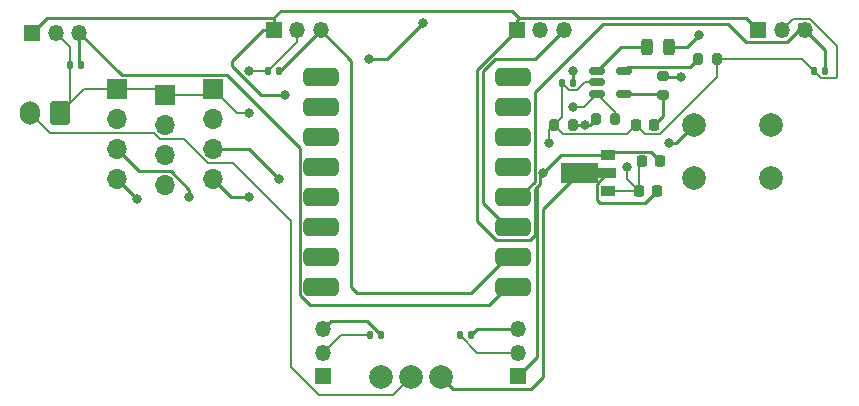
<source format=gbr>
%TF.GenerationSoftware,KiCad,Pcbnew,7.0.7*%
%TF.CreationDate,2024-08-10T15:19:47-05:00*%
%TF.ProjectId,LASK5,4c41534b-352e-46b6-9963-61645f706362,rev?*%
%TF.SameCoordinates,Original*%
%TF.FileFunction,Copper,L1,Top*%
%TF.FilePolarity,Positive*%
%FSLAX46Y46*%
G04 Gerber Fmt 4.6, Leading zero omitted, Abs format (unit mm)*
G04 Created by KiCad (PCBNEW 7.0.7) date 2024-08-10 15:19:47*
%MOMM*%
%LPD*%
G01*
G04 APERTURE LIST*
G04 Aperture macros list*
%AMRoundRect*
0 Rectangle with rounded corners*
0 $1 Rounding radius*
0 $2 $3 $4 $5 $6 $7 $8 $9 X,Y pos of 4 corners*
0 Add a 4 corners polygon primitive as box body*
4,1,4,$2,$3,$4,$5,$6,$7,$8,$9,$2,$3,0*
0 Add four circle primitives for the rounded corners*
1,1,$1+$1,$2,$3*
1,1,$1+$1,$4,$5*
1,1,$1+$1,$6,$7*
1,1,$1+$1,$8,$9*
0 Add four rect primitives between the rounded corners*
20,1,$1+$1,$2,$3,$4,$5,0*
20,1,$1+$1,$4,$5,$6,$7,0*
20,1,$1+$1,$6,$7,$8,$9,0*
20,1,$1+$1,$8,$9,$2,$3,0*%
%AMFreePoly0*
4,1,9,3.862500,-0.866500,0.737500,-0.866500,0.737500,-0.450000,-0.737500,-0.450000,-0.737500,0.450000,0.737500,0.450000,0.737500,0.866500,3.862500,0.866500,3.862500,-0.866500,3.862500,-0.866500,$1*%
G04 Aperture macros list end*
%TA.AperFunction,SMDPad,CuDef*%
%ADD10RoundRect,0.140000X-0.140000X-0.170000X0.140000X-0.170000X0.140000X0.170000X-0.140000X0.170000X0*%
%TD*%
%TA.AperFunction,SMDPad,CuDef*%
%ADD11R,1.300000X0.900000*%
%TD*%
%TA.AperFunction,SMDPad,CuDef*%
%ADD12FreePoly0,180.000000*%
%TD*%
%TA.AperFunction,SMDPad,CuDef*%
%ADD13RoundRect,0.150000X-0.512500X-0.150000X0.512500X-0.150000X0.512500X0.150000X-0.512500X0.150000X0*%
%TD*%
%TA.AperFunction,ComponentPad*%
%ADD14R,1.350000X1.350000*%
%TD*%
%TA.AperFunction,ComponentPad*%
%ADD15O,1.350000X1.350000*%
%TD*%
%TA.AperFunction,ComponentPad*%
%ADD16C,2.000000*%
%TD*%
%TA.AperFunction,ComponentPad*%
%ADD17R,1.700000X1.700000*%
%TD*%
%TA.AperFunction,ComponentPad*%
%ADD18O,1.700000X1.700000*%
%TD*%
%TA.AperFunction,ComponentPad*%
%ADD19RoundRect,0.381000X-1.119000X-0.381000X1.119000X-0.381000X1.119000X0.381000X-1.119000X0.381000X0*%
%TD*%
%TA.AperFunction,SMDPad,CuDef*%
%ADD20RoundRect,0.200000X-0.200000X-0.275000X0.200000X-0.275000X0.200000X0.275000X-0.200000X0.275000X0*%
%TD*%
%TA.AperFunction,SMDPad,CuDef*%
%ADD21RoundRect,0.225000X-0.225000X-0.250000X0.225000X-0.250000X0.225000X0.250000X-0.225000X0.250000X0*%
%TD*%
%TA.AperFunction,SMDPad,CuDef*%
%ADD22RoundRect,0.243750X-0.243750X-0.456250X0.243750X-0.456250X0.243750X0.456250X-0.243750X0.456250X0*%
%TD*%
%TA.AperFunction,SMDPad,CuDef*%
%ADD23RoundRect,0.200000X0.275000X-0.200000X0.275000X0.200000X-0.275000X0.200000X-0.275000X-0.200000X0*%
%TD*%
%TA.AperFunction,ComponentPad*%
%ADD24RoundRect,0.250000X0.600000X0.750000X-0.600000X0.750000X-0.600000X-0.750000X0.600000X-0.750000X0*%
%TD*%
%TA.AperFunction,ComponentPad*%
%ADD25O,1.700000X2.000000*%
%TD*%
%TA.AperFunction,ViaPad*%
%ADD26C,0.800000*%
%TD*%
%TA.AperFunction,Conductor*%
%ADD27C,0.250000*%
%TD*%
%TA.AperFunction,Conductor*%
%ADD28C,0.200000*%
%TD*%
G04 APERTURE END LIST*
D10*
%TO.P,C2,1*%
%TO.N,B-*%
X122484000Y-71120000D03*
%TO.P,C2,2*%
%TO.N,hall_0*%
X123444000Y-71120000D03*
%TD*%
D11*
%TO.P,U1,1,GND*%
%TO.N,B-*%
X168066000Y-81764000D03*
D12*
%TO.P,U1,2,VIN*%
%TO.N,VILDO*%
X167978500Y-80264000D03*
D11*
%TO.P,U1,3,VOUT*%
%TO.N,+3V3*%
X168066000Y-78764000D03*
%TD*%
D10*
%TO.P,C6,1*%
%TO.N,B-*%
X155476000Y-93980000D03*
%TO.P,C6,2*%
%TO.N,Net-(H6-VOUT)*%
X156436000Y-93980000D03*
%TD*%
D13*
%TO.P,U2,1,~{CHRG}*%
%TO.N,Net-(D1-K)*%
X167132000Y-71628000D03*
%TO.P,U2,2,GND*%
%TO.N,B-*%
X167132000Y-72578000D03*
%TO.P,U2,3,BAT*%
%TO.N,B+*%
X167132000Y-73528000D03*
%TO.P,U2,4,V_{CC}*%
%TO.N,+5V*%
X169407000Y-73528000D03*
%TO.P,U2,5,PROG*%
%TO.N,Net-(U2-PROG)*%
X169407000Y-71628000D03*
%TD*%
D14*
%TO.P,H2,1,VCC*%
%TO.N,+3V3*%
X139732000Y-68167600D03*
D15*
%TO.P,H2,2,GND*%
%TO.N,B-*%
X141732000Y-68167600D03*
%TO.P,H2,3,VOUT*%
%TO.N,hall_1*%
X143732000Y-68167600D03*
%TD*%
D14*
%TO.P,H6,1,VCC*%
%TO.N,+3V3*%
X160419000Y-97463600D03*
D15*
%TO.P,H6,2,GND*%
%TO.N,B-*%
X160419000Y-95463600D03*
%TO.P,H6,3,VOUT*%
%TO.N,Net-(H6-VOUT)*%
X160419000Y-93463600D03*
%TD*%
D16*
%TO.P,SW2,1,1*%
%TO.N,BTTN*%
X175364000Y-76200000D03*
X181864000Y-76200000D03*
%TO.P,SW2,2,2*%
%TO.N,B-*%
X175364000Y-80700000D03*
X181864000Y-80700000D03*
%TD*%
D17*
%TO.P,J3,1,Pin_1*%
%TO.N,B-*%
X126492000Y-73152000D03*
D18*
%TO.P,J3,2,Pin_2*%
%TO.N,+3V3*%
X126492000Y-75692000D03*
%TO.P,J3,3,Pin_3*%
%TO.N,Pin6*%
X126492000Y-78232000D03*
%TO.P,J3,4,Pin_4*%
%TO.N,ADC1_BAT*%
X126492000Y-80772000D03*
%TD*%
D10*
%TO.P,C5,1*%
%TO.N,B-*%
X147884000Y-93980000D03*
%TO.P,C5,2*%
%TO.N,Net-(H5-VOUT)*%
X148844000Y-93980000D03*
%TD*%
%TO.P,C4,1*%
%TO.N,B-*%
X139248000Y-71628000D03*
%TO.P,C4,2*%
%TO.N,hall_1*%
X140208000Y-71628000D03*
%TD*%
D19*
%TO.P,U3,0,GPIO0*%
%TO.N,hall_0*%
X160012000Y-89916000D03*
%TO.P,U3,1,GPIO1*%
%TO.N,hall_1*%
X160012000Y-87376000D03*
%TO.P,U3,2,GPIO2*%
%TO.N,hall_2*%
X160012000Y-84836000D03*
%TO.P,U3,3,GPIO3*%
%TO.N,hall_3*%
X160012000Y-82296000D03*
%TO.P,U3,4,GPIO4*%
%TO.N,hall_4*%
X160012000Y-79756000D03*
%TO.P,U3,5,GPIO5*%
%TO.N,ADC1_BAT*%
X143772000Y-72136000D03*
%TO.P,U3,6,GPIO6*%
%TO.N,Pin6*%
X143772000Y-74676000D03*
%TO.P,U3,7,GPIO7*%
%TO.N,BTTN*%
X143772000Y-77216000D03*
%TO.P,U3,8,GPIO8*%
%TO.N,SDA*%
X143772000Y-79756000D03*
%TO.P,U3,9,GPIO9*%
%TO.N,SCL*%
X143772000Y-82296000D03*
%TO.P,U3,10,GPIO10*%
%TO.N,unconnected-(U3-GPIO10-Pad10)*%
X143772000Y-84836000D03*
%TO.P,U3,20,GPIO20*%
%TO.N,unconnected-(U3-GPIO20-Pad20)*%
X143772000Y-87376000D03*
%TO.P,U3,21,GPIO21*%
%TO.N,unconnected-(U3-GPIO21-Pad21)*%
X143772000Y-89916000D03*
%TO.P,U3,100,5V*%
%TO.N,unconnected-(U3-5V-Pad100)*%
X160012000Y-72136000D03*
%TO.P,U3,101,GND*%
%TO.N,B-*%
X160012000Y-74676000D03*
%TO.P,U3,102,3V3*%
%TO.N,+3V3*%
X160012000Y-77216000D03*
%TD*%
D20*
%TO.P,R4,1*%
%TO.N,B-*%
X163450000Y-76200000D03*
%TO.P,R4,2*%
%TO.N,ADC1_BAT*%
X165100000Y-76200000D03*
%TD*%
D10*
%TO.P,C3,1*%
%TO.N,B-*%
X185476000Y-71628000D03*
%TO.P,C3,2*%
%TO.N,hall_3*%
X186436000Y-71628000D03*
%TD*%
D21*
%TO.P,C8,1*%
%TO.N,B-*%
X170929000Y-79248000D03*
%TO.P,C8,2*%
%TO.N,+3V3*%
X172479000Y-79248000D03*
%TD*%
%TO.P,C9,1*%
%TO.N,B-*%
X170421000Y-76200000D03*
%TO.P,C9,2*%
%TO.N,+5V*%
X171971000Y-76200000D03*
%TD*%
D16*
%TO.P,SW1,1,A*%
%TO.N,VILDO*%
X153924000Y-97536000D03*
%TO.P,SW1,2,B*%
%TO.N,B+*%
X151384000Y-97536000D03*
%TO.P,SW1,3,C*%
%TO.N,unconnected-(SW1A-C-Pad3)*%
X148844000Y-97536000D03*
%TD*%
D14*
%TO.P,H4,1,VCC*%
%TO.N,+3V3*%
X180753000Y-68167600D03*
D15*
%TO.P,H4,2,GND*%
%TO.N,B-*%
X182753000Y-68167600D03*
%TO.P,H4,3,VOUT*%
%TO.N,hall_3*%
X184753000Y-68167600D03*
%TD*%
D20*
%TO.P,R1,1*%
%TO.N,Net-(U2-PROG)*%
X175642000Y-70612000D03*
%TO.P,R1,2*%
%TO.N,B-*%
X177292000Y-70612000D03*
%TD*%
D22*
%TO.P,D1,1,K*%
%TO.N,Net-(D1-K)*%
X171353000Y-69596000D03*
%TO.P,D1,2,A*%
%TO.N,Net-(D1-A)*%
X173228000Y-69596000D03*
%TD*%
D23*
%TO.P,R2,1*%
%TO.N,+5V*%
X172720000Y-73660000D03*
%TO.P,R2,2*%
%TO.N,Net-(D1-A)*%
X172720000Y-72010000D03*
%TD*%
D17*
%TO.P,J4,1,Pin_1*%
%TO.N,B-*%
X130556000Y-73660000D03*
D18*
%TO.P,J4,2,Pin_2*%
%TO.N,+4V*%
X130556000Y-76200000D03*
%TO.P,J4,3,Pin_3*%
%TO.N,SCL*%
X130556000Y-78740000D03*
%TO.P,J4,4,Pin_4*%
%TO.N,SDA*%
X130556000Y-81280000D03*
%TD*%
D20*
%TO.P,R3,1*%
%TO.N,ADC1_BAT*%
X167006000Y-75692000D03*
%TO.P,R3,2*%
%TO.N,B+*%
X168656000Y-75692000D03*
%TD*%
D24*
%TO.P,J5,1,Pin_1*%
%TO.N,B-*%
X121646000Y-75191500D03*
D25*
%TO.P,J5,2,Pin_2*%
%TO.N,B+*%
X119146000Y-75191500D03*
%TD*%
D10*
%TO.P,C1,1*%
%TO.N,B-*%
X164140000Y-72644000D03*
%TO.P,C1,2*%
%TO.N,hall_2*%
X165100000Y-72644000D03*
%TD*%
D14*
%TO.P,H5,1,VCC*%
%TO.N,+3V3*%
X143919000Y-97463600D03*
D15*
%TO.P,H5,2,GND*%
%TO.N,B-*%
X143919000Y-95463600D03*
%TO.P,H5,3,VOUT*%
%TO.N,Net-(H5-VOUT)*%
X143919000Y-93463600D03*
%TD*%
D14*
%TO.P,H1,1,VCC*%
%TO.N,+3V3*%
X119285000Y-68398600D03*
D15*
%TO.P,H1,2,GND*%
%TO.N,B-*%
X121285000Y-68398600D03*
%TO.P,H1,3,VOUT*%
%TO.N,hall_0*%
X123285000Y-68398600D03*
%TD*%
D14*
%TO.P,H3,1,VCC*%
%TO.N,+3V3*%
X160306000Y-68167600D03*
D15*
%TO.P,H3,2,GND*%
%TO.N,B-*%
X162306000Y-68167600D03*
%TO.P,H3,3,VOUT*%
%TO.N,hall_2*%
X164306000Y-68167600D03*
%TD*%
D21*
%TO.P,C7,1*%
%TO.N,B-*%
X170662000Y-81788000D03*
%TO.P,C7,2*%
%TO.N,VILDO*%
X172212000Y-81788000D03*
%TD*%
D17*
%TO.P,J1,1,Pin_1*%
%TO.N,B-*%
X134620000Y-73152000D03*
D18*
%TO.P,J1,2,Pin_2*%
%TO.N,+3V3*%
X134620000Y-75692000D03*
%TO.P,J1,3,Pin_3*%
%TO.N,SCL*%
X134620000Y-78232000D03*
%TO.P,J1,4,Pin_4*%
%TO.N,SDA*%
X134620000Y-80772000D03*
%TD*%
D26*
%TO.N,Pin6*%
X132588000Y-82296000D03*
%TO.N,ADC1_BAT*%
X128175000Y-82455000D03*
%TO.N,+3V3*%
X140716000Y-73660000D03*
%TO.N,Net-(D1-A)*%
X174244000Y-72136000D03*
X175768000Y-68580000D03*
%TO.N,hall_2*%
X165100000Y-71628000D03*
%TO.N,BTTN*%
X173228000Y-77724000D03*
%TO.N,SDA*%
X137668000Y-82296000D03*
%TO.N,SCL*%
X140208000Y-80772000D03*
%TO.N,ADC1_BAT*%
X147828000Y-70612000D03*
X152400000Y-67564000D03*
X166116000Y-76200000D03*
%TO.N,B+*%
X165100000Y-74676000D03*
%TO.N,B-*%
X169672000Y-79756000D03*
X163068000Y-77724000D03*
X137668000Y-71628000D03*
X137668000Y-75184000D03*
%TO.N,+3V3*%
X162561500Y-80264000D03*
%TD*%
D27*
%TO.N,hall_2*%
X157480000Y-82804000D02*
X159512000Y-84836000D01*
X157480000Y-71629996D02*
X157480000Y-82804000D01*
X158497996Y-70612000D02*
X157480000Y-71629996D01*
X161861600Y-70612000D02*
X158497996Y-70612000D01*
X164306000Y-68167600D02*
X161861600Y-70612000D01*
D28*
%TO.N,B+*%
X168656000Y-75052000D02*
X167132000Y-73528000D01*
X168656000Y-75692000D02*
X168656000Y-75052000D01*
D27*
%TO.N,Pin6*%
X132588000Y-81650299D02*
X132588000Y-82296000D01*
X131042701Y-80105000D02*
X132588000Y-81650299D01*
X128365000Y-80105000D02*
X131042701Y-80105000D01*
X126492000Y-78232000D02*
X128365000Y-80105000D01*
%TO.N,ADC1_BAT*%
X128175000Y-82455000D02*
X126492000Y-80772000D01*
%TO.N,+3V3*%
X136176998Y-71162303D02*
X138674695Y-73660000D01*
X138674695Y-73660000D02*
X140716000Y-73660000D01*
X136176998Y-70797602D02*
X136176998Y-71162303D01*
X138807000Y-68167600D02*
X136176998Y-70797602D01*
X139732000Y-68167600D02*
X138807000Y-68167600D01*
%TO.N,Net-(D1-A)*%
X172846000Y-72136000D02*
X172720000Y-72010000D01*
X174244000Y-72136000D02*
X172846000Y-72136000D01*
X174752000Y-69596000D02*
X175768000Y-68580000D01*
X173228000Y-69596000D02*
X174752000Y-69596000D01*
%TO.N,hall_2*%
X165100000Y-72644000D02*
X165100000Y-71628000D01*
D28*
%TO.N,B-*%
X177292000Y-72096462D02*
X177292000Y-70612000D01*
X172413462Y-76975000D02*
X177292000Y-72096462D01*
X171196000Y-76975000D02*
X172413462Y-76975000D01*
X170421000Y-76200000D02*
X171196000Y-76975000D01*
D27*
%TO.N,VILDO*%
X161560000Y-98536000D02*
X154924000Y-98536000D01*
X162560000Y-97536000D02*
X161560000Y-98536000D01*
X162560000Y-83312000D02*
X162560000Y-97536000D01*
X165608000Y-80264000D02*
X162560000Y-83312000D01*
X167978500Y-80264000D02*
X165608000Y-80264000D01*
X154924000Y-98536000D02*
X153924000Y-97536000D01*
%TO.N,+3V3*%
X156972000Y-71501600D02*
X160306000Y-68167600D01*
X156972000Y-84294435D02*
X156972000Y-71501600D01*
X158600565Y-85923000D02*
X156972000Y-84294435D01*
X161423435Y-85923000D02*
X158600565Y-85923000D01*
X162287000Y-81173396D02*
X161837000Y-81623396D01*
X161837000Y-81623396D02*
X161837000Y-85509435D01*
X162561500Y-80264000D02*
X162287000Y-80538500D01*
X162561500Y-80262500D02*
X163068000Y-79756000D01*
X162561500Y-80264000D02*
X162561500Y-80262500D01*
X162287000Y-80538500D02*
X162287000Y-81173396D01*
X161837000Y-85509435D02*
X161423435Y-85923000D01*
%TO.N,BTTN*%
X173840000Y-77724000D02*
X173228000Y-77724000D01*
X175364000Y-76200000D02*
X173840000Y-77724000D01*
%TO.N,SDA*%
X136144000Y-82296000D02*
X137668000Y-82296000D01*
X134620000Y-80772000D02*
X136144000Y-82296000D01*
%TO.N,SCL*%
X137668000Y-78232000D02*
X140208000Y-80772000D01*
X134620000Y-78232000D02*
X137668000Y-78232000D01*
%TO.N,ADC1_BAT*%
X149352000Y-70612000D02*
X147828000Y-70612000D01*
X152400000Y-67564000D02*
X149352000Y-70612000D01*
%TO.N,+3V3*%
X159908400Y-66548000D02*
X160528000Y-67167600D01*
X140319600Y-66548000D02*
X159908400Y-66548000D01*
X139700000Y-67167600D02*
X140319600Y-66548000D01*
%TO.N,ADC1_BAT*%
X166116000Y-76200000D02*
X166498000Y-76200000D01*
D28*
%TO.N,B+*%
X165984000Y-74676000D02*
X165100000Y-74676000D01*
X167132000Y-73528000D02*
X165984000Y-74676000D01*
%TO.N,B-*%
X169672000Y-80798000D02*
X170662000Y-81788000D01*
X169672000Y-79756000D02*
X169672000Y-80798000D01*
X163068000Y-76582000D02*
X163450000Y-76200000D01*
X163068000Y-77724000D02*
X163068000Y-76582000D01*
X137668000Y-71628000D02*
X139248000Y-71628000D01*
X136652000Y-75184000D02*
X137668000Y-75184000D01*
X134620000Y-73152000D02*
X136652000Y-75184000D01*
%TO.N,B+*%
X149860000Y-99060000D02*
X151384000Y-97536000D01*
X143565400Y-99060000D02*
X149860000Y-99060000D01*
X141224000Y-96718600D02*
X143565400Y-99060000D01*
X141224000Y-84328000D02*
X141224000Y-96718600D01*
X134143654Y-79382000D02*
X136278000Y-79382000D01*
X132111654Y-77350000D02*
X134143654Y-79382000D01*
X130079654Y-77350000D02*
X132111654Y-77350000D01*
X129571654Y-76842000D02*
X130079654Y-77350000D01*
X120796500Y-76842000D02*
X129571654Y-76842000D01*
X119146000Y-75191500D02*
X120796500Y-76842000D01*
X136278000Y-79382000D02*
X141224000Y-84328000D01*
D27*
%TO.N,hall_0*%
X123285000Y-68398600D02*
X126863400Y-71977000D01*
X141947000Y-78129000D02*
X141947000Y-90589435D01*
X123285000Y-70961000D02*
X123285000Y-68398600D01*
X135795000Y-71977000D02*
X141947000Y-78129000D01*
X141947000Y-90589435D02*
X142797565Y-91440000D01*
X142797565Y-91440000D02*
X157988000Y-91440000D01*
X157988000Y-91440000D02*
X159512000Y-89916000D01*
X123444000Y-71120000D02*
X123285000Y-70961000D01*
X126863400Y-71977000D02*
X135795000Y-71977000D01*
%TO.N,hall_3*%
X184753000Y-68167600D02*
X184203000Y-67617600D01*
X179753000Y-69167600D02*
X178203000Y-67617600D01*
X160528000Y-82296000D02*
X159512000Y-82296000D01*
X184203000Y-68131814D02*
X183167214Y-69167600D01*
X184203000Y-67617600D02*
X184203000Y-68131814D01*
X186436000Y-69850600D02*
X186436000Y-71628000D01*
X178203000Y-67617600D02*
X167586400Y-67617600D01*
X183167214Y-69167600D02*
X179753000Y-69167600D01*
X184753000Y-68167600D02*
X186436000Y-69850600D01*
X161837000Y-73367000D02*
X161837000Y-80987000D01*
X167586400Y-67617600D02*
X161837000Y-73367000D01*
X161837000Y-80987000D02*
X160528000Y-82296000D01*
%TO.N,hall_1*%
X140271600Y-71628000D02*
X143732000Y-68167600D01*
X140208000Y-71628000D02*
X140271600Y-71628000D01*
X143732000Y-68167600D02*
X146304000Y-70739600D01*
X146304000Y-89916000D02*
X146812000Y-90424000D01*
X146812000Y-90424000D02*
X156464000Y-90424000D01*
X156464000Y-90424000D02*
X159512000Y-87376000D01*
X146304000Y-70739600D02*
X146304000Y-89916000D01*
%TO.N,Net-(H5-VOUT)*%
X148844000Y-93972391D02*
X147660209Y-92788600D01*
X144594000Y-92788600D02*
X143919000Y-93463600D01*
X148844000Y-93980000D02*
X148844000Y-93972391D01*
X147660209Y-92788600D02*
X144594000Y-92788600D01*
%TO.N,Net-(H6-VOUT)*%
X156436000Y-93980000D02*
X156952400Y-93463600D01*
X156952400Y-93463600D02*
X160419000Y-93463600D01*
%TO.N,VILDO*%
X167091000Y-82539000D02*
X167356000Y-82804000D01*
X171196000Y-82804000D02*
X172212000Y-81788000D01*
X167356000Y-82804000D02*
X171196000Y-82804000D01*
X167091000Y-81151500D02*
X167091000Y-82539000D01*
X167978500Y-80264000D02*
X167091000Y-81151500D01*
%TO.N,+3V3*%
X179753000Y-67167600D02*
X180753000Y-68167600D01*
X160419000Y-97463600D02*
X162052000Y-95830600D01*
X164060000Y-78764000D02*
X168066000Y-78764000D01*
X119285000Y-68398600D02*
X120516000Y-67167600D01*
X160528000Y-67167600D02*
X179753000Y-67167600D01*
X168382000Y-78448000D02*
X168066000Y-78764000D01*
X162052000Y-81408396D02*
X162287000Y-81173396D01*
X172479000Y-79248000D02*
X171679000Y-78448000D01*
X171679000Y-78448000D02*
X168382000Y-78448000D01*
X139732000Y-67199600D02*
X139700000Y-67167600D01*
X160306000Y-67389600D02*
X160528000Y-67167600D01*
X160306000Y-68167600D02*
X160306000Y-67389600D01*
X162287000Y-80537000D02*
X163068000Y-79756000D01*
X162287000Y-81173396D02*
X162287000Y-80537000D01*
X163068000Y-79756000D02*
X164060000Y-78764000D01*
X139732000Y-68167600D02*
X139732000Y-67199600D01*
X120516000Y-67167600D02*
X139700000Y-67167600D01*
X162052000Y-95830600D02*
X162052000Y-81408396D01*
%TO.N,+5V*%
X172720000Y-73660000D02*
X172720000Y-75451000D01*
X172720000Y-75451000D02*
X171971000Y-76200000D01*
X169407000Y-73528000D02*
X172588000Y-73528000D01*
X172588000Y-73528000D02*
X172720000Y-73660000D01*
%TO.N,Net-(D1-K)*%
X169164000Y-69596000D02*
X171353000Y-69596000D01*
X167132000Y-71628000D02*
X169164000Y-69596000D01*
D28*
%TO.N,B-*%
X145402600Y-93980000D02*
X143919000Y-95463600D01*
X156959600Y-95463600D02*
X160419000Y-95463600D01*
X165422254Y-73254000D02*
X164750000Y-73254000D01*
X167132000Y-72578000D02*
X166098254Y-72578000D01*
X134112000Y-73660000D02*
X134620000Y-73152000D01*
X185476000Y-71628000D02*
X186086000Y-72238000D01*
X122484000Y-71120000D02*
X122484000Y-74353500D01*
X147884000Y-93980000D02*
X145402600Y-93980000D01*
X123685500Y-73152000D02*
X121646000Y-75191500D01*
X130556000Y-73660000D02*
X134112000Y-73660000D01*
X184460000Y-70612000D02*
X185476000Y-71628000D01*
X141732000Y-69144000D02*
X141732000Y-68167600D01*
X187350000Y-72238000D02*
X187452000Y-72136000D01*
X155476000Y-93980000D02*
X156959600Y-95463600D01*
X126492000Y-73152000D02*
X123685500Y-73152000D01*
X130048000Y-73152000D02*
X130556000Y-73660000D01*
X170662000Y-81788000D02*
X170638000Y-81764000D01*
X170638000Y-81764000D02*
X168066000Y-81764000D01*
X177292000Y-70612000D02*
X184460000Y-70612000D01*
X186086000Y-72238000D02*
X187350000Y-72238000D01*
X139248000Y-71628000D02*
X141732000Y-69144000D01*
X164140000Y-72644000D02*
X164140000Y-75510000D01*
X169646000Y-76975000D02*
X164225000Y-76975000D01*
X187452000Y-69487741D02*
X185156859Y-67192600D01*
X185156859Y-67192600D02*
X183728000Y-67192600D01*
X170929000Y-79248000D02*
X170662000Y-79515000D01*
X164750000Y-73254000D02*
X164140000Y-72644000D01*
X170421000Y-76200000D02*
X169646000Y-76975000D01*
X183728000Y-67192600D02*
X182753000Y-68167600D01*
X170662000Y-79515000D02*
X170662000Y-81788000D01*
X164140000Y-75510000D02*
X163450000Y-76200000D01*
X166098254Y-72578000D02*
X165422254Y-73254000D01*
X187452000Y-72136000D02*
X187452000Y-69487741D01*
X122484000Y-69597600D02*
X121285000Y-68398600D01*
X122484000Y-74353500D02*
X121646000Y-75191500D01*
X126492000Y-73152000D02*
X130048000Y-73152000D01*
X164225000Y-76975000D02*
X163450000Y-76200000D01*
X122484000Y-71120000D02*
X122484000Y-69597600D01*
D27*
%TO.N,Net-(U2-PROG)*%
X174969000Y-71285000D02*
X175642000Y-70612000D01*
X169750000Y-71285000D02*
X174969000Y-71285000D01*
X169407000Y-71628000D02*
X169750000Y-71285000D01*
%TO.N,ADC1_BAT*%
X165100000Y-76200000D02*
X166116000Y-76200000D01*
X166498000Y-76200000D02*
X167006000Y-75692000D01*
%TD*%
M02*

</source>
